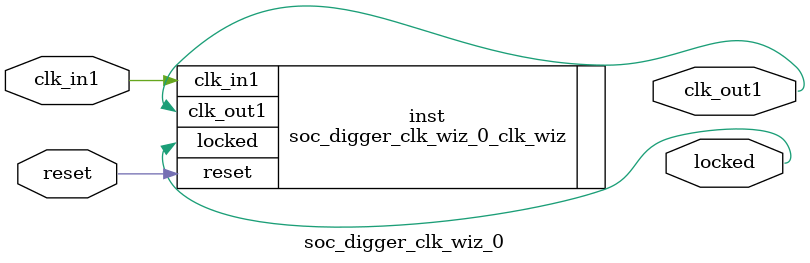
<source format=v>


`timescale 1ps/1ps

(* CORE_GENERATION_INFO = "soc_digger_clk_wiz_0,clk_wiz_v6_0_15_0_0,{component_name=soc_digger_clk_wiz_0,use_phase_alignment=true,use_min_o_jitter=false,use_max_i_jitter=false,use_dyn_phase_shift=false,use_inclk_switchover=false,use_dyn_reconfig=false,enable_axi=0,feedback_source=FDBK_AUTO,PRIMITIVE=MMCM,num_out_clk=1,clkin1_period=10.000,clkin2_period=10.000,use_power_down=false,use_reset=true,use_locked=true,use_inclk_stopped=false,feedback_type=SINGLE,CLOCK_MGR_TYPE=NA,manual_override=false}" *)

module soc_digger_clk_wiz_0 
 (
  // Clock out ports
  output        clk_out1,
  // Status and control signals
  input         reset,
  output        locked,
 // Clock in ports
  input         clk_in1
 );

  soc_digger_clk_wiz_0_clk_wiz inst
  (
  // Clock out ports  
  .clk_out1(clk_out1),
  // Status and control signals               
  .reset(reset), 
  .locked(locked),
 // Clock in ports
  .clk_in1(clk_in1)
  );

endmodule

</source>
